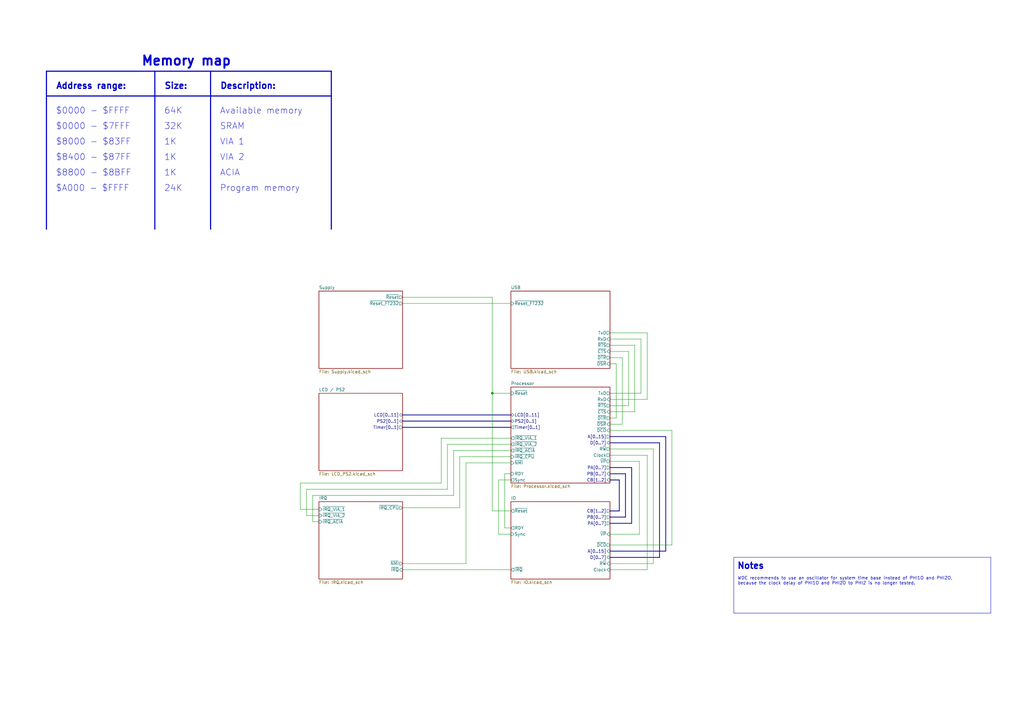
<source format=kicad_sch>
(kicad_sch
	(version 20231120)
	(generator "eeschema")
	(generator_version "8.0")
	(uuid "9db16341-dac0-4aab-9c62-7d88c111c1ce")
	(paper "A3")
	(title_block
		(title "Mainboard")
		(date "2024-10-06")
		(rev "1.1")
		(company "https://www.kampis-elektroecke.de")
		(comment 4 "Author: Ing. Daniel Kampert")
	)
	(lib_symbols)
	(junction
		(at 201.93 161.29)
		(diameter 0)
		(color 0 0 0 0)
		(uuid "fc2e9f96-3bed-4896-b995-f56e799f1c77")
	)
	(wire
		(pts
			(xy 186.055 184.785) (xy 186.055 203.2)
		)
		(stroke
			(width 0)
			(type default)
		)
		(uuid "0554bea0-89b2-4e25-9ea3-4c73921c94cb")
	)
	(wire
		(pts
			(xy 125.73 200.66) (xy 125.73 211.455)
		)
		(stroke
			(width 0)
			(type default)
		)
		(uuid "099473f1-6598-46ff-a50f-4c520832170d")
	)
	(wire
		(pts
			(xy 250.19 168.91) (xy 260.35 168.91)
		)
		(stroke
			(width 0)
			(type default)
		)
		(uuid "0c5dddf1-38df-43d2-b49c-e7b691dab0ab")
	)
	(wire
		(pts
			(xy 255.27 146.685) (xy 255.27 173.99)
		)
		(stroke
			(width 0)
			(type default)
		)
		(uuid "0ce1dd44-f307-4f98-9f0d-478fd87daa64")
	)
	(wire
		(pts
			(xy 204.47 219.075) (xy 209.55 219.075)
		)
		(stroke
			(width 0)
			(type default)
		)
		(uuid "13ac70df-e9b9-44e5-96e6-20f0b0dc6a3a")
	)
	(wire
		(pts
			(xy 250.19 223.52) (xy 275.59 223.52)
		)
		(stroke
			(width 0)
			(type default)
		)
		(uuid "15699041-ed40-45ee-87d8-f5e206a88536")
	)
	(wire
		(pts
			(xy 252.73 149.225) (xy 252.73 171.45)
		)
		(stroke
			(width 0)
			(type default)
		)
		(uuid "1855ca44-ab48-4b76-a210-97fc81d916c4")
	)
	(wire
		(pts
			(xy 201.93 161.29) (xy 201.93 209.55)
		)
		(stroke
			(width 0)
			(type default)
		)
		(uuid "1876c30c-72b2-4a8d-9f32-bf8b213530b4")
	)
	(wire
		(pts
			(xy 123.19 198.12) (xy 123.19 208.915)
		)
		(stroke
			(width 0)
			(type default)
		)
		(uuid "199124ca-dd64-45cf-a063-97cc545cbea7")
	)
	(wire
		(pts
			(xy 180.975 198.12) (xy 123.19 198.12)
		)
		(stroke
			(width 0)
			(type default)
		)
		(uuid "1bd80cf9-f42a-4aee-a408-9dbf4e81e625")
	)
	(wire
		(pts
			(xy 250.19 146.685) (xy 255.27 146.685)
		)
		(stroke
			(width 0)
			(type default)
		)
		(uuid "1bf7d0f9-0dcf-4d7c-b58c-318e3dc42bc9")
	)
	(polyline
		(pts
			(xy 406.4 251.46) (xy 406.4 228.6)
		)
		(stroke
			(width 0)
			(type default)
		)
		(uuid "1de61170-5337-44c5-ba28-bd477db4bff1")
	)
	(wire
		(pts
			(xy 209.55 179.705) (xy 180.975 179.705)
		)
		(stroke
			(width 0)
			(type default)
		)
		(uuid "22962957-1efd-404d-83db-5b233b6c15b0")
	)
	(wire
		(pts
			(xy 262.89 139.065) (xy 250.19 139.065)
		)
		(stroke
			(width 0)
			(type default)
		)
		(uuid "247ebffd-2cb6-4379-ba6e-21861fea3913")
	)
	(wire
		(pts
			(xy 209.55 196.85) (xy 204.47 196.85)
		)
		(stroke
			(width 0)
			(type default)
		)
		(uuid "24adc223-60f0-4497-98a3-d664c5a13280")
	)
	(wire
		(pts
			(xy 250.19 144.145) (xy 257.81 144.145)
		)
		(stroke
			(width 0)
			(type default)
		)
		(uuid "254f7cc6-cee1-44ca-9afe-939b318201aa")
	)
	(bus
		(pts
			(xy 250.19 228.6) (xy 270.51 228.6)
		)
		(stroke
			(width 0)
			(type default)
		)
		(uuid "26a22c19-4cc5-4237-9651-0edc4f854154")
	)
	(wire
		(pts
			(xy 209.55 189.865) (xy 191.135 189.865)
		)
		(stroke
			(width 0)
			(type default)
		)
		(uuid "278a91dc-d57d-4a5c-a045-34b6bd84131f")
	)
	(wire
		(pts
			(xy 188.595 187.325) (xy 188.595 208.28)
		)
		(stroke
			(width 0)
			(type default)
		)
		(uuid "29126f72-63f7-4275-8b12-6b96a71c6f17")
	)
	(wire
		(pts
			(xy 265.43 186.69) (xy 265.43 233.68)
		)
		(stroke
			(width 0)
			(type default)
		)
		(uuid "29cbb0bc-f66b-4d11-80e7-5bb270e42496")
	)
	(wire
		(pts
			(xy 130.81 211.455) (xy 125.73 211.455)
		)
		(stroke
			(width 0)
			(type default)
		)
		(uuid "2ea8fa6f-efc3-40fe-bcf9-05bfa46ead4f")
	)
	(wire
		(pts
			(xy 250.19 149.225) (xy 252.73 149.225)
		)
		(stroke
			(width 0)
			(type default)
		)
		(uuid "3457afc5-3e4f-4220-81d1-b079f653a722")
	)
	(bus
		(pts
			(xy 273.05 179.07) (xy 273.05 226.06)
		)
		(stroke
			(width 0)
			(type default)
		)
		(uuid "355ced6c-c08a-4586-9a09-7a9c624536f6")
	)
	(polyline
		(pts
			(xy 300.99 251.46) (xy 406.4 251.46)
		)
		(stroke
			(width 0)
			(type default)
		)
		(uuid "3a1a39fc-8030-4c93-9d9c-d79ba6824099")
	)
	(wire
		(pts
			(xy 265.43 233.68) (xy 250.19 233.68)
		)
		(stroke
			(width 0)
			(type default)
		)
		(uuid "3b65c51e-c243-447e-bee9-832d94c1630e")
	)
	(wire
		(pts
			(xy 191.135 189.865) (xy 191.135 231.14)
		)
		(stroke
			(width 0)
			(type default)
		)
		(uuid "3bbbbb7d-391c-4fee-ac81-3c47878edc38")
	)
	(wire
		(pts
			(xy 267.97 231.14) (xy 267.97 184.15)
		)
		(stroke
			(width 0)
			(type default)
		)
		(uuid "3ed2c840-383d-4cbd-bc3b-c4ea4c97b333")
	)
	(wire
		(pts
			(xy 250.19 231.14) (xy 267.97 231.14)
		)
		(stroke
			(width 0)
			(type default)
		)
		(uuid "402c62e6-8d8e-473a-a0cf-2b86e4908cd7")
	)
	(bus
		(pts
			(xy 250.19 191.77) (xy 259.08 191.77)
		)
		(stroke
			(width 0)
			(type default)
		)
		(uuid "4641c87c-bffa-41fe-ae77-be3a97a6f797")
	)
	(wire
		(pts
			(xy 250.19 173.99) (xy 255.27 173.99)
		)
		(stroke
			(width 0)
			(type default)
		)
		(uuid "4970ec6e-3725-4619-b57d-dc2c2cb86ed0")
	)
	(wire
		(pts
			(xy 250.19 219.075) (xy 262.255 219.075)
		)
		(stroke
			(width 0)
			(type default)
		)
		(uuid "4a53fa56-d65b-42a4-a4be-8f49c4c015bb")
	)
	(bus
		(pts
			(xy 250.19 194.31) (xy 256.54 194.31)
		)
		(stroke
			(width 0)
			(type default)
		)
		(uuid "4cc0e615-05a0-4f42-a208-4011ba8ef841")
	)
	(polyline
		(pts
			(xy 300.99 228.6) (xy 300.99 251.46)
		)
		(stroke
			(width 0)
			(type default)
		)
		(uuid "4ce9470f-5633-41bf-89ac-74a810939893")
	)
	(wire
		(pts
			(xy 201.93 121.92) (xy 201.93 161.29)
		)
		(stroke
			(width 0)
			(type default)
		)
		(uuid "4cfd9a02-97ef-4af4-a6b8-db9be1a8fda5")
	)
	(wire
		(pts
			(xy 183.515 200.66) (xy 125.73 200.66)
		)
		(stroke
			(width 0)
			(type default)
		)
		(uuid "57f248a7-365e-4c42-b80d-5a7d1f9dfaf3")
	)
	(wire
		(pts
			(xy 262.89 161.29) (xy 262.89 139.065)
		)
		(stroke
			(width 0)
			(type default)
		)
		(uuid "58390862-1833-41dd-9c4e-98073ea0da33")
	)
	(bus
		(pts
			(xy 250.19 214.63) (xy 259.08 214.63)
		)
		(stroke
			(width 0)
			(type default)
		)
		(uuid "5bab6a37-1fdf-4cf8-b571-44c962ed86e9")
	)
	(wire
		(pts
			(xy 250.19 163.83) (xy 265.43 163.83)
		)
		(stroke
			(width 0)
			(type default)
		)
		(uuid "5e755161-24a5-4650-a6e3-9836bf074412")
	)
	(wire
		(pts
			(xy 257.81 144.145) (xy 257.81 166.37)
		)
		(stroke
			(width 0)
			(type default)
		)
		(uuid "5f48b0f2-82cf-40ce-afac-440f97643c36")
	)
	(wire
		(pts
			(xy 262.255 189.23) (xy 262.255 219.075)
		)
		(stroke
			(width 0)
			(type default)
		)
		(uuid "6150c02b-beb5-4af1-951e-3666a285a6ea")
	)
	(wire
		(pts
			(xy 209.55 194.31) (xy 207.01 194.31)
		)
		(stroke
			(width 0)
			(type default)
		)
		(uuid "631c7be5-8dc2-4df4-ab73-737bb928e763")
	)
	(bus
		(pts
			(xy 250.19 181.61) (xy 270.51 181.61)
		)
		(stroke
			(width 0)
			(type default)
		)
		(uuid "653a86ba-a1ae-4175-9d4c-c788087956d0")
	)
	(bus
		(pts
			(xy 165.1 172.72) (xy 209.55 172.72)
		)
		(stroke
			(width 0)
			(type default)
		)
		(uuid "6a0919c2-460c-4229-b872-14e318e1ba8b")
	)
	(wire
		(pts
			(xy 204.47 196.85) (xy 204.47 219.075)
		)
		(stroke
			(width 0)
			(type default)
		)
		(uuid "6d2a06fb-0b1e-452a-ab38-11a5f45e1b32")
	)
	(bus
		(pts
			(xy 259.08 191.77) (xy 259.08 214.63)
		)
		(stroke
			(width 0)
			(type default)
		)
		(uuid "706c1cb9-5d96-4282-9efc-6147f0125147")
	)
	(wire
		(pts
			(xy 165.1 121.92) (xy 201.93 121.92)
		)
		(stroke
			(width 0)
			(type default)
		)
		(uuid "751d823e-1d7b-4501-9658-d06d459b0e16")
	)
	(wire
		(pts
			(xy 250.19 186.69) (xy 265.43 186.69)
		)
		(stroke
			(width 0)
			(type default)
		)
		(uuid "755f94aa-38f0-4a64-a7c7-6c71cb18cddf")
	)
	(wire
		(pts
			(xy 165.1 124.46) (xy 209.55 124.46)
		)
		(stroke
			(width 0)
			(type default)
		)
		(uuid "80095e91-6317-4cfb-9aea-884c9a1accc5")
	)
	(wire
		(pts
			(xy 209.55 184.785) (xy 186.055 184.785)
		)
		(stroke
			(width 0)
			(type default)
		)
		(uuid "88606262-3ac5-44a1-aacc-18b26cf4d396")
	)
	(bus
		(pts
			(xy 254 209.55) (xy 254 196.85)
		)
		(stroke
			(width 0)
			(type default)
		)
		(uuid "88deea08-baa5-4041-beb7-01c299cf00e6")
	)
	(polyline
		(pts
			(xy 19.05 29.21) (xy 135.89 29.21)
		)
		(stroke
			(width 0.4572)
			(type solid)
		)
		(uuid "8aeae536-fd36-430e-be47-1a856eced2fc")
	)
	(wire
		(pts
			(xy 186.055 203.2) (xy 128.27 203.2)
		)
		(stroke
			(width 0)
			(type default)
		)
		(uuid "8d063f79-9282-4820-bcf4-1ff3c006cf08")
	)
	(wire
		(pts
			(xy 209.55 187.325) (xy 188.595 187.325)
		)
		(stroke
			(width 0)
			(type default)
		)
		(uuid "8eb98c56-17e4-4de6-a3e3-06dcfa392040")
	)
	(wire
		(pts
			(xy 209.55 209.55) (xy 201.93 209.55)
		)
		(stroke
			(width 0)
			(type default)
		)
		(uuid "9112ddd5-10d5-48b8-954f-f1d5adcacbd9")
	)
	(wire
		(pts
			(xy 250.19 161.29) (xy 262.89 161.29)
		)
		(stroke
			(width 0)
			(type default)
		)
		(uuid "9208ea78-8dde-4b3d-91e9-5755ab5efd9a")
	)
	(wire
		(pts
			(xy 207.01 194.31) (xy 207.01 216.535)
		)
		(stroke
			(width 0)
			(type default)
		)
		(uuid "929a9b03-e99e-4b88-8e16-759f8c6b59a5")
	)
	(bus
		(pts
			(xy 256.54 212.09) (xy 256.54 194.31)
		)
		(stroke
			(width 0)
			(type default)
		)
		(uuid "92f063a3-7cce-4a96-8a3a-cf5767f700c6")
	)
	(wire
		(pts
			(xy 250.19 141.605) (xy 260.35 141.605)
		)
		(stroke
			(width 0)
			(type default)
		)
		(uuid "94d24676-7ae3-483c-8bd6-88d31adf00b4")
	)
	(wire
		(pts
			(xy 250.19 136.525) (xy 265.43 136.525)
		)
		(stroke
			(width 0)
			(type default)
		)
		(uuid "966ee9ec-860e-45bb-af89-30bda72b2032")
	)
	(wire
		(pts
			(xy 275.59 176.53) (xy 275.59 223.52)
		)
		(stroke
			(width 0)
			(type default)
		)
		(uuid "968a6172-7a4e-40ab-a78a-e4d03671e136")
	)
	(bus
		(pts
			(xy 250.19 196.85) (xy 254 196.85)
		)
		(stroke
			(width 0)
			(type default)
		)
		(uuid "98966de3-2364-43d8-a2e0-b03bb9487b03")
	)
	(bus
		(pts
			(xy 165.1 175.26) (xy 209.55 175.26)
		)
		(stroke
			(width 0)
			(type default)
		)
		(uuid "9c2999b2-1cf1-4204-9d23-243401b77aa3")
	)
	(wire
		(pts
			(xy 130.81 213.995) (xy 128.27 213.995)
		)
		(stroke
			(width 0)
			(type default)
		)
		(uuid "9da1ace0-4181-4f12-80f8-16786a9e5c07")
	)
	(wire
		(pts
			(xy 165.1 231.14) (xy 191.135 231.14)
		)
		(stroke
			(width 0)
			(type default)
		)
		(uuid "9ed09117-33cf-45a3-85a7-2606522feaf8")
	)
	(bus
		(pts
			(xy 250.19 209.55) (xy 254 209.55)
		)
		(stroke
			(width 0)
			(type default)
		)
		(uuid "a177c3b4-b04c-490e-b3fe-d3d4d7aa24a7")
	)
	(polyline
		(pts
			(xy 406.4 228.6) (xy 300.99 228.6)
		)
		(stroke
			(width 0)
			(type default)
		)
		(uuid "aa23bfe3-454b-4a2b-bfe1-101c747eb84e")
	)
	(wire
		(pts
			(xy 250.19 189.23) (xy 262.255 189.23)
		)
		(stroke
			(width 0)
			(type default)
		)
		(uuid "aadc3df5-0e2d-4f3d-b72e-6f184da74c89")
	)
	(bus
		(pts
			(xy 250.19 212.09) (xy 256.54 212.09)
		)
		(stroke
			(width 0)
			(type default)
		)
		(uuid "ad4d05f5-6957-42f8-b65c-c657b9a26485")
	)
	(wire
		(pts
			(xy 165.1 208.28) (xy 188.595 208.28)
		)
		(stroke
			(width 0)
			(type default)
		)
		(uuid "af186015-d283-4209-aade-a247e5de01df")
	)
	(wire
		(pts
			(xy 209.55 161.29) (xy 201.93 161.29)
		)
		(stroke
			(width 0)
			(type default)
		)
		(uuid "b21299b9-3c4d-43df-b399-7f9b08eb5470")
	)
	(polyline
		(pts
			(xy 19.05 39.37) (xy 135.89 39.37)
		)
		(stroke
			(width 0.4572)
			(type solid)
		)
		(uuid "bc3b3f93-69e0-44a5-b919-319b81d13095")
	)
	(bus
		(pts
			(xy 273.05 226.06) (xy 250.19 226.06)
		)
		(stroke
			(width 0)
			(type default)
		)
		(uuid "c1b11207-7c0a-49b3-a41d-2fe677d5f3b8")
	)
	(wire
		(pts
			(xy 207.01 216.535) (xy 209.55 216.535)
		)
		(stroke
			(width 0)
			(type default)
		)
		(uuid "c210293b-1d7a-4e96-92e9-058784106727")
	)
	(wire
		(pts
			(xy 250.19 184.15) (xy 267.97 184.15)
		)
		(stroke
			(width 0)
			(type default)
		)
		(uuid "c2dd13db-24b6-40f1-b75b-b9ab893d92ea")
	)
	(wire
		(pts
			(xy 180.975 179.705) (xy 180.975 198.12)
		)
		(stroke
			(width 0)
			(type default)
		)
		(uuid "c346b00c-b5e0-4939-beb4-7f48172ef334")
	)
	(wire
		(pts
			(xy 250.19 176.53) (xy 275.59 176.53)
		)
		(stroke
			(width 0)
			(type default)
		)
		(uuid "c3d5daf8-d359-42b2-a7c2-0d080ba7e212")
	)
	(bus
		(pts
			(xy 270.51 181.61) (xy 270.51 228.6)
		)
		(stroke
			(width 0)
			(type default)
		)
		(uuid "c401e9c6-1deb-4979-99be-7c801c952098")
	)
	(wire
		(pts
			(xy 260.35 141.605) (xy 260.35 168.91)
		)
		(stroke
			(width 0)
			(type default)
		)
		(uuid "ca56e1ad-54bf-4df5-a4f7-99f5d61d0de9")
	)
	(wire
		(pts
			(xy 183.515 182.245) (xy 183.515 200.66)
		)
		(stroke
			(width 0)
			(type default)
		)
		(uuid "ca9b74ce-0dee-401c-9544-f599f4cf538d")
	)
	(wire
		(pts
			(xy 209.55 182.245) (xy 183.515 182.245)
		)
		(stroke
			(width 0)
			(type default)
		)
		(uuid "cd1cff81-9d8a-4511-96d6-4ddb79484001")
	)
	(polyline
		(pts
			(xy 86.36 29.21) (xy 86.36 93.98)
		)
		(stroke
			(width 0.4572)
			(type solid)
		)
		(uuid "d05faa1f-5f69-41bf-86d3-2cd224432e1b")
	)
	(bus
		(pts
			(xy 209.55 170.18) (xy 165.1 170.18)
		)
		(stroke
			(width 0)
			(type default)
		)
		(uuid "d1c19c11-0a13-4237-b6b4-fb2ef1db7c6d")
	)
	(bus
		(pts
			(xy 250.19 179.07) (xy 273.05 179.07)
		)
		(stroke
			(width 0)
			(type default)
		)
		(uuid "d8200a86-aa75-47a3-ad2a-7f4c9c999a6f")
	)
	(wire
		(pts
			(xy 128.27 203.2) (xy 128.27 213.995)
		)
		(stroke
			(width 0)
			(type default)
		)
		(uuid "da546d77-4b03-4562-8fc6-837fd68e7691")
	)
	(polyline
		(pts
			(xy 135.89 29.21) (xy 135.89 93.98)
		)
		(stroke
			(width 0.4572)
			(type solid)
		)
		(uuid "de370984-7922-4327-a0ba-7cd613995df4")
	)
	(wire
		(pts
			(xy 123.19 208.915) (xy 130.81 208.915)
		)
		(stroke
			(width 0)
			(type default)
		)
		(uuid "e2fac877-439c-4da0-af2e-5fdc70f85d42")
	)
	(wire
		(pts
			(xy 257.81 166.37) (xy 250.19 166.37)
		)
		(stroke
			(width 0)
			(type default)
		)
		(uuid "e45aa7d8-0254-4176-afd9-766820762e19")
	)
	(wire
		(pts
			(xy 265.43 136.525) (xy 265.43 163.83)
		)
		(stroke
			(width 0)
			(type default)
		)
		(uuid "e86e4fae-9ca7-4857-a93c-bc6a3048f887")
	)
	(polyline
		(pts
			(xy 63.5 29.21) (xy 63.5 93.98)
		)
		(stroke
			(width 0.4572)
			(type solid)
		)
		(uuid "e87a6f80-914f-4f62-9c9f-9ba62a88ee3d")
	)
	(wire
		(pts
			(xy 209.55 233.68) (xy 165.1 233.68)
		)
		(stroke
			(width 0)
			(type default)
		)
		(uuid "eb391a95-1c1d-4613-b508-c76b8bc13a73")
	)
	(polyline
		(pts
			(xy 19.05 29.21) (xy 19.05 93.98)
		)
		(stroke
			(width 0.4572)
			(type solid)
		)
		(uuid "eb473bfd-fc2d-4cf0-8714-6b7dd95b0a03")
	)
	(wire
		(pts
			(xy 250.19 171.45) (xy 252.73 171.45)
		)
		(stroke
			(width 0)
			(type default)
		)
		(uuid "f8b47531-6c06-4e54-9fc9-cd9d0f3dd69f")
	)
	(text "$8000 - $83FF"
		(exclude_from_sim no)
		(at 22.86 59.69 0)
		(effects
			(font
				(size 2.54 2.54)
			)
			(justify left bottom)
		)
		(uuid "015f5586-ba76-4a98-9114-f5cd2c67134d")
	)
	(text "Notes\n"
		(exclude_from_sim no)
		(at 302.26 233.68 0)
		(effects
			(font
				(size 2.54 2.54)
				(thickness 0.508)
				(bold yes)
			)
			(justify left bottom)
		)
		(uuid "1cacb878-9da4-41fc-aa80-018bc841e19a")
	)
	(text "$8400 - $87FF"
		(exclude_from_sim no)
		(at 22.86 66.04 0)
		(effects
			(font
				(size 2.54 2.54)
			)
			(justify left bottom)
		)
		(uuid "21492bcd-343a-4b2b-b55a-b4586c11bdeb")
	)
	(text "64K"
		(exclude_from_sim no)
		(at 67.31 46.99 0)
		(effects
			(font
				(size 2.54 2.54)
			)
			(justify left bottom)
		)
		(uuid "2f424da3-8fae-4941-bc6d-20044787372f")
	)
	(text "1K"
		(exclude_from_sim no)
		(at 67.31 59.69 0)
		(effects
			(font
				(size 2.54 2.54)
			)
			(justify left bottom)
		)
		(uuid "3bca658b-a598-4669-a7cb-3f9b5f47bb5a")
	)
	(text "32K"
		(exclude_from_sim no)
		(at 67.31 53.34 0)
		(effects
			(font
				(size 2.54 2.54)
			)
			(justify left bottom)
		)
		(uuid "41485de5-6ed3-4c83-b69e-ef83ae18093c")
	)
	(text "ACIA"
		(exclude_from_sim no)
		(at 90.17 72.39 0)
		(effects
			(font
				(size 2.54 2.54)
			)
			(justify left bottom)
		)
		(uuid "46cbe85d-ff47-428e-b187-4ebd50a66e0c")
	)
	(text "WDC recommends to use an oscillator for system time base instead of PHI1O and PHI2O, \nbecause the clock delay of PHI1O and PHI2O to PHI2 is no longer tested."
		(exclude_from_sim no)
		(at 302.514 240.03 0)
		(effects
			(font
				(size 1.27 1.27)
			)
			(justify left bottom)
		)
		(uuid "49b5f540-e128-4e08-bb09-f321f8e64056")
	)
	(text "Size:"
		(exclude_from_sim no)
		(at 67.31 36.83 0)
		(effects
			(font
				(size 2.54 2.54)
				(thickness 0.508)
				(bold yes)
			)
			(justify left bottom)
		)
		(uuid "541721d1-074b-496e-a833-813044b3e8ca")
	)
	(text "$8800 - $8BFF"
		(exclude_from_sim no)
		(at 22.86 72.39 0)
		(effects
			(font
				(size 2.54 2.54)
			)
			(justify left bottom)
		)
		(uuid "96315415-cfed-47d2-b3dd-d782358bd0df")
	)
	(text "Memory map"
		(exclude_from_sim no)
		(at 57.785 27.305 0)
		(effects
			(font
				(size 3.81 3.81)
				(thickness 0.762)
				(bold yes)
			)
			(justify left bottom)
		)
		(uuid "99e6b8eb-b08e-4d42-84dd-8b7f6765b7b7")
	)
	(text "Program memory"
		(exclude_from_sim no)
		(at 90.17 78.74 0)
		(effects
			(font
				(size 2.54 2.54)
			)
			(justify left bottom)
		)
		(uuid "aa047297-22f8-4de0-a969-0b3451b8e164")
	)
	(text "Available memory"
		(exclude_from_sim no)
		(at 90.17 46.99 0)
		(effects
			(font
				(size 2.54 2.54)
			)
			(justify left bottom)
		)
		(uuid "ab8b0540-9c9f-4195-88f5-7bed0b0a8ed6")
	)
	(text "$0000 - $7FFF"
		(exclude_from_sim no)
		(at 22.86 53.34 0)
		(effects
			(font
				(size 2.54 2.54)
			)
			(justify left bottom)
		)
		(uuid "b0b4c3cb-e7ea-49c0-8162-be3bbab3e4ec")
	)
	(text "SRAM"
		(exclude_from_sim no)
		(at 90.17 53.34 0)
		(effects
			(font
				(size 2.54 2.54)
			)
			(justify left bottom)
		)
		(uuid "b794d099-f823-4d35-9755-ca1c45247ee9")
	)
	(text "1K"
		(exclude_from_sim no)
		(at 67.31 72.39 0)
		(effects
			(font
				(size 2.54 2.54)
			)
			(justify left bottom)
		)
		(uuid "b7aa0362-7c9e-4a42-b191-ab15a38bf3c5")
	)
	(text "Address range:"
		(exclude_from_sim no)
		(at 22.86 36.83 0)
		(effects
			(font
				(size 2.54 2.54)
				(thickness 0.508)
				(bold yes)
			)
			(justify left bottom)
		)
		(uuid "b7d06af4-a5b1-447f-9b1a-8b44eb1cc204")
	)
	(text "1K"
		(exclude_from_sim no)
		(at 67.31 66.04 0)
		(effects
			(font
				(size 2.54 2.54)
			)
			(justify left bottom)
		)
		(uuid "bef2abc2-bf3e-4a72-ad03-f8da3cd893cb")
	)
	(text "24K"
		(exclude_from_sim no)
		(at 67.31 78.74 0)
		(effects
			(font
				(size 2.54 2.54)
			)
			(justify left bottom)
		)
		(uuid "dd1edfbb-5fb6-42cd-b740-fd54ab3ef1f1")
	)
	(text "Description:"
		(exclude_from_sim no)
		(at 90.17 36.83 0)
		(effects
			(font
				(size 2.54 2.54)
				(thickness 0.508)
				(bold yes)
			)
			(justify left bottom)
		)
		(uuid "df3dc9a2-ba40-4c3a-87fe-61cc8e23d71b")
	)
	(text "$0000 - $FFFF\n"
		(exclude_from_sim no)
		(at 22.86 46.99 0)
		(effects
			(font
				(size 2.54 2.54)
			)
			(justify left bottom)
		)
		(uuid "e65bab67-68b7-4b22-a939-6f2c05164d2a")
	)
	(text "$A000 - $FFFF"
		(exclude_from_sim no)
		(at 22.86 78.74 0)
		(effects
			(font
				(size 2.54 2.54)
			)
			(justify left bottom)
		)
		(uuid "e79c8e11-ed47-4701-ae80-a54cdb6682a5")
	)
	(text "VIA 2"
		(exclude_from_sim no)
		(at 90.17 66.04 0)
		(effects
			(font
				(size 2.54 2.54)
			)
			(justify left bottom)
		)
		(uuid "fa20e708-ec85-4e0b-8402-f74a2724f920")
	)
	(text "VIA 1"
		(exclude_from_sim no)
		(at 90.17 59.69 0)
		(effects
			(font
				(size 2.54 2.54)
			)
			(justify left bottom)
		)
		(uuid "fb35e3b1-aff6-41a7-9cf0-52694b95edeb")
	)
	(sheet
		(at 130.81 161.29)
		(size 34.29 31.75)
		(fields_autoplaced yes)
		(stroke
			(width 0)
			(type solid)
		)
		(fill
			(color 0 0 0 0.0000)
		)
		(uuid "00000000-0000-0000-0000-00005dadbf97")
		(property "Sheetname" "LCD / PS2"
			(at 130.81 160.5784 0)
			(effects
				(font
					(size 1.27 1.27)
				)
				(justify left bottom)
			)
		)
		(property "Sheetfile" "LCD_PS2.kicad_sch"
			(at 130.81 193.6246 0)
			(effects
				(font
					(size 1.27 1.27)
				)
				(justify left top)
			)
		)
		(pin "PS2[0..1]" bidirectional
			(at 165.1 172.72 0)
			(effects
				(font
					(size 1.27 1.27)
				)
				(justify right)
			)
			(uuid "1cc5480b-56b7-4379-98e2-ccafc88911a7")
		)
		(pin "LCD[0..11]" bidirectional
			(at 165.1 170.18 0)
			(effects
				(font
					(size 1.27 1.27)
				)
				(justify right)
			)
			(uuid "9a8ad8bb-d9a9-4b2b-bc88-ea6fd2676d45")
		)
		(pin "Timer[0..1]" output
			(at 165.1 175.26 0)
			(effects
				(font
					(size 1.27 1.27)
				)
				(justify right)
			)
			(uuid "851f3d61-ba3b-4e6e-abd4-cafa4d9b64cb")
		)
		(instances
			(project "Mainboard"
				(path "/9db16341-dac0-4aab-9c62-7d88c111c1ce"
					(page "4")
				)
			)
		)
	)
	(sheet
		(at 130.81 205.74)
		(size 34.29 31.75)
		(fields_autoplaced yes)
		(stroke
			(width 0)
			(type solid)
		)
		(fill
			(color 0 0 0 0.0000)
		)
		(uuid "00000000-0000-0000-0000-00005e710b5b")
		(property "Sheetname" "IRQ"
			(at 130.81 205.0284 0)
			(effects
				(font
					(size 1.27 1.27)
				)
				(justify left bottom)
			)
		)
		(property "Sheetfile" "IRQ.kicad_sch"
			(at 130.81 238.0746 0)
			(effects
				(font
					(size 1.27 1.27)
				)
				(justify left top)
			)
		)
		(pin "~{IRQ}" input
			(at 165.1 233.68 0)
			(effects
				(font
					(size 1.27 1.27)
				)
				(justify right)
			)
			(uuid "bb8162f0-99c8-4884-be5b-c0d0c7e81ff6")
		)
		(pin "~{IRQ_VIA_1}" input
			(at 130.81 208.915 180)
			(effects
				(font
					(size 1.27 1.27)
				)
				(justify left)
			)
			(uuid "91fc5800-6029-46b1-848d-ca0091f97267")
		)
		(pin "~{IRQ_VIA_2}" input
			(at 130.81 211.455 180)
			(effects
				(font
					(size 1.27 1.27)
				)
				(justify left)
			)
			(uuid "275b6416-db29-42cc-9307-bf426917c3b4")
		)
		(pin "~{IRQ_ACIA}" input
			(at 130.81 213.995 180)
			(effects
				(font
					(size 1.27 1.27)
				)
				(justify left)
			)
			(uuid "3c22d605-7855-4cc6-8ad2-906cadbd02dc")
		)
		(pin "~{IRQ_CPU}" output
			(at 165.1 208.28 0)
			(effects
				(font
					(size 1.27 1.27)
				)
				(justify right)
			)
			(uuid "bd085057-7c0e-463a-982b-968a2dc1f0f8")
		)
		(pin "~{NMI}" output
			(at 165.1 231.14 0)
			(effects
				(font
					(size 1.27 1.27)
				)
				(justify right)
			)
			(uuid "c66a19ed-90c0-4502-ae75-6a4c4ab9f297")
		)
		(instances
			(project "Mainboard"
				(path "/9db16341-dac0-4aab-9c62-7d88c111c1ce"
					(page "3")
				)
			)
		)
	)
	(sheet
		(at 209.55 119.38)
		(size 40.64 31.75)
		(fields_autoplaced yes)
		(stroke
			(width 0)
			(type solid)
		)
		(fill
			(color 0 0 0 0.0000)
		)
		(uuid "00000000-0000-0000-0000-00005e9064f2")
		(property "Sheetname" "USB"
			(at 209.55 118.6684 0)
			(effects
				(font
					(size 1.27 1.27)
				)
				(justify left bottom)
			)
		)
		(property "Sheetfile" "USB.kicad_sch"
			(at 209.55 151.7146 0)
			(effects
				(font
					(size 1.27 1.27)
				)
				(justify left top)
			)
		)
		(pin "RxD" input
			(at 250.19 139.065 0)
			(effects
				(font
					(size 1.27 1.27)
				)
				(justify right)
			)
			(uuid "54ed3ee1-891b-418e-ab9c-6a18747d7388")
		)
		(pin "~{CTS}" input
			(at 250.19 144.145 0)
			(effects
				(font
					(size 1.27 1.27)
				)
				(justify right)
			)
			(uuid "fd60415a-f01a-46c5-9369-ea970e435e5b")
		)
		(pin "~{RTS}" output
			(at 250.19 141.605 0)
			(effects
				(font
					(size 1.27 1.27)
				)
				(justify right)
			)
			(uuid "af76ce95-feca-41fb-bf31-edaa26d6766a")
		)
		(pin "~{DTR}" output
			(at 250.19 146.685 0)
			(effects
				(font
					(size 1.27 1.27)
				)
				(justify right)
			)
			(uuid "e11ae5a5-aa10-4f10-b346-f16e33c7899a")
		)
		(pin "~{DSR}" input
			(at 250.19 149.225 0)
			(effects
				(font
					(size 1.27 1.27)
				)
				(justify right)
			)
			(uuid "f23ac723-a36d-491d-9473-7ec0ffed332d")
		)
		(pin "TxD" output
			(at 250.19 136.525 0)
			(effects
				(font
					(size 1.27 1.27)
				)
				(justify right)
			)
			(uuid "4bbde53d-6894-4e18-9480-84a6a26d5f6b")
		)
		(pin "~{Reset_FT232}" input
			(at 209.55 124.46 180)
			(effects
				(font
					(size 1.27 1.27)
				)
				(justify left)
			)
			(uuid "d3dd7cdb-b730-487d-804d-99150ba318ef")
		)
		(instances
			(project "Mainboard"
				(path "/9db16341-dac0-4aab-9c62-7d88c111c1ce"
					(page "7")
				)
			)
		)
	)
	(sheet
		(at 130.81 119.38)
		(size 34.29 31.75)
		(fields_autoplaced yes)
		(stroke
			(width 0)
			(type solid)
		)
		(fill
			(color 0 0 0 0.0000)
		)
		(uuid "00000000-0000-0000-0000-00005e9728cc")
		(property "Sheetname" "Supply"
			(at 130.81 118.6684 0)
			(effects
				(font
					(size 1.27 1.27)
				)
				(justify left bottom)
			)
		)
		(property "Sheetfile" "Supply.kicad_sch"
			(at 130.81 151.7146 0)
			(effects
				(font
					(size 1.27 1.27)
				)
				(justify left top)
			)
		)
		(pin "~{Reset}" output
			(at 165.1 121.92 0)
			(effects
				(font
					(size 1.27 1.27)
				)
				(justify right)
			)
			(uuid "51cc007a-3378-4ce3-909c-71e94822f8d1")
		)
		(pin "~{Reset_FT232}" output
			(at 165.1 124.46 0)
			(effects
				(font
					(size 1.27 1.27)
				)
				(justify right)
			)
			(uuid "5576cd03-3bad-40c5-9316-1d286895d52a")
		)
		(instances
			(project "Mainboard"
				(path "/9db16341-dac0-4aab-9c62-7d88c111c1ce"
					(page "6")
				)
			)
		)
	)
	(sheet
		(at 209.55 158.75)
		(size 40.64 39.37)
		(fields_autoplaced yes)
		(stroke
			(width 0)
			(type solid)
		)
		(fill
			(color 0 0 0 0.0000)
		)
		(uuid "00000000-0000-0000-0000-00005eb09e21")
		(property "Sheetname" "Processor"
			(at 209.55 158.0384 0)
			(effects
				(font
					(size 1.27 1.27)
				)
				(justify left bottom)
			)
		)
		(property "Sheetfile" "Processor.kicad_sch"
			(at 209.55 198.7046 0)
			(effects
				(font
					(size 1.27 1.27)
				)
				(justify left top)
			)
		)
		(pin "PA[0..7]" output
			(at 250.19 191.77 0)
			(effects
				(font
					(size 1.27 1.27)
				)
				(justify right)
			)
			(uuid "12fa3c3f-3d14-451a-a6a8-884fd1b32fa7")
		)
		(pin "PB[0..7]" input
			(at 250.19 194.31 0)
			(effects
				(font
					(size 1.27 1.27)
				)
				(justify right)
			)
			(uuid "f4a1ab68-998b-43e3-aa33-40b58210bc99")
		)
		(pin "TxD" output
			(at 250.19 161.29 0)
			(effects
				(font
					(size 1.27 1.27)
				)
				(justify right)
			)
			(uuid "e76ec524-408a-4daa-89f6-0edfdbcfb621")
		)
		(pin "RxD" input
			(at 250.19 163.83 0)
			(effects
				(font
					(size 1.27 1.27)
				)
				(justify right)
			)
			(uuid "78b44915-d68e-4488-a873-34767153ef98")
		)
		(pin "~{NMI}" input
			(at 209.55 189.865 180)
			(effects
				(font
					(size 1.27 1.27)
				)
				(justify left)
			)
			(uuid "3993c707-5291-41b6-83c0-d1c09cb3833a")
		)
		(pin "R~{W}" output
			(at 250.19 184.15 0)
			(effects
				(font
					(size 1.27 1.27)
				)
				(justify right)
			)
			(uuid "17ff35b3-d658-499b-9a46-ea36063fed4e")
		)
		(pin "PS2[0..1]" bidirectional
			(at 209.55 172.72 180)
			(effects
				(font
					(size 1.27 1.27)
				)
				(justify left)
			)
			(uuid "d13b0eae-4711-4325-a6bb-aa8e3646e86e")
		)
		(pin "Clock" output
			(at 250.19 186.69 0)
			(effects
				(font
					(size 1.27 1.27)
				)
				(justify right)
			)
			(uuid "a917c6d9-225d-4c90-bf25-fe8eff8abd3f")
		)
		(pin "~{Reset}" input
			(at 209.55 161.29 180)
			(effects
				(font
					(size 1.27 1.27)
				)
				(justify left)
			)
			(uuid "89a3dae6-dcb5-435b-a383-656b6a19a316")
		)
		(pin "~{IRQ_VIA_2}" output
			(at 209.55 182.245 180)
			(effects
				(font
					(size 1.27 1.27)
				)
				(justify left)
			)
			(uuid "b54cae5b-c17c-4ed7-b249-2e7d5e83609a")
		)
		(pin "~{IRQ_VIA_1}" output
			(at 209.55 179.705 180)
			(effects
				(font
					(size 1.27 1.27)
				)
				(justify left)
			)
			(uuid "26bc8641-9bca-4204-9709-deedbe202a36")
		)
		(pin "~{IRQ_ACIA}" output
			(at 209.55 184.785 180)
			(effects
				(font
					(size 1.27 1.27)
				)
				(justify left)
			)
			(uuid "fd5f7d77-0f73-4021-88a8-0641f0fe8d98")
		)
		(pin "~{IRQ_CPU}" input
			(at 209.55 187.325 180)
			(effects
				(font
					(size 1.27 1.27)
				)
				(justify left)
			)
			(uuid "1755646e-fc08-4e43-a301-d9b3ea704cf6")
		)
		(pin "A[0..15]" output
			(at 250.19 179.07 0)
			(effects
				(font
					(size 1.27 1.27)
				)
				(justify right)
			)
			(uuid "1317ff66-8ecf-46c9-9612-8d2eae03c537")
		)
		(pin "D[0..7]" bidirectional
			(at 250.19 181.61 0)
			(effects
				(font
					(size 1.27 1.27)
				)
				(justify right)
			)
			(uuid "ef4533db-6ea4-4b68-b436-8e9575be570d")
		)
		(pin "RDY" input
			(at 209.55 194.31 180)
			(effects
				(font
					(size 1.27 1.27)
				)
				(justify left)
			)
			(uuid "f5dba25f-5f9b-4770-84f9-c038fb119360")
		)
		(pin "Sync" output
			(at 209.55 196.85 180)
			(effects
				(font
					(size 1.27 1.27)
				)
				(justify left)
			)
			(uuid "8aff0f38-92a8-45ec-b106-b185e93ca3fd")
		)
		(pin "~{VP}" output
			(at 250.19 189.23 0)
			(effects
				(font
					(size 1.27 1.27)
				)
				(justify right)
			)
			(uuid "63caf46e-0228-40de-b819-c6bd29dd1711")
		)
		(pin "~{RTS}" output
			(at 250.19 166.37 0)
			(effects
				(font
					(size 1.27 1.27)
				)
				(justify right)
			)
			(uuid "a7fc0812-140f-4d96-9cd8-ead8c1c610b1")
		)
		(pin "~{CTS}" input
			(at 250.19 168.91 0)
			(effects
				(font
					(size 1.27 1.27)
				)
				(justify right)
			)
			(uuid "94a10cae-6ef2-4b64-9d98-fb22aa3306cc")
		)
		(pin "~{DSR}" input
			(at 250.19 173.99 0)
			(effects
				(font
					(size 1.27 1.27)
				)
				(justify right)
			)
			(uuid "f33ec0db-ef0f-4576-8054-2833161a8f30")
		)
		(pin "~{DTR}" output
			(at 250.19 171.45 0)
			(effects
				(font
					(size 1.27 1.27)
				)
				(justify right)
			)
			(uuid "0ba17a9b-d889-426c-b4fe-048bed6b6be8")
		)
		(pin "~{DCD}" input
			(at 250.19 176.53 0)
			(effects
				(font
					(size 1.27 1.27)
				)
				(justify right)
			)
			(uuid "761c8e29-382a-475c-a37a-7201cc9cd0f5")
		)
		(pin "LCD[0..11]" bidirectional
			(at 209.55 170.18 180)
			(effects
				(font
					(size 1.27 1.27)
				)
				(justify left)
			)
			(uuid "e50c80c5-80c4-46a3-8c1e-c9c3a71a0934")
		)
		(pin "Timer[0..1]" output
			(at 209.55 175.26 180)
			(effects
				(font
					(size 1.27 1.27)
				)
				(justify left)
			)
			(uuid "7233cb6b-d8fd-4fcd-9b4f-8b0ed19b1b12")
		)
		(pin "CB[1..2]" input
			(at 250.19 196.85 0)
			(effects
				(font
					(size 1.27 1.27)
				)
				(justify right)
			)
			(uuid "df83f395-2d18-47e2-a370-952ca41c2b3a")
		)
		(instances
			(project "Mainboard"
				(path "/9db16341-dac0-4aab-9c62-7d88c111c1ce"
					(page "5")
				)
			)
		)
	)
	(sheet
		(at 209.55 205.74)
		(size 40.64 31.75)
		(fields_autoplaced yes)
		(stroke
			(width 0)
			(type solid)
		)
		(fill
			(color 0 0 0 0.0000)
		)
		(uuid "00000000-0000-0000-0000-00005ec67f7b")
		(property "Sheetname" "IO"
			(at 209.55 205.0284 0)
			(effects
				(font
					(size 1.27 1.27)
				)
				(justify left bottom)
			)
		)
		(property "Sheetfile" "IO.kicad_sch"
			(at 209.55 238.0746 0)
			(effects
				(font
					(size 1.27 1.27)
				)
				(justify left top)
			)
		)
		(pin "PB[0..7]" output
			(at 250.19 212.09 0)
			(effects
				(font
					(size 1.27 1.27)
				)
				(justify right)
			)
			(uuid "799e761c-1426-40e9-a069-1f4cb353bfaa")
		)
		(pin "PA[0..7]" output
			(at 250.19 214.63 0)
			(effects
				(font
					(size 1.27 1.27)
				)
				(justify right)
			)
			(uuid "71af7b65-0e6b-402e-b1a4-b66be507b4dc")
		)
		(pin "~{IRQ}" output
			(at 209.55 233.68 180)
			(effects
				(font
					(size 1.27 1.27)
				)
				(justify left)
			)
			(uuid "4fd9bc4f-0ae3-42d4-a1b4-9fb1b2a0a7fd")
		)
		(pin "R~{W}" input
			(at 250.19 231.14 0)
			(effects
				(font
					(size 1.27 1.27)
				)
				(justify right)
			)
			(uuid "86e98417-f5e4-48ba-8147-ef66cc03dde6")
		)
		(pin "Clock" input
			(at 250.19 233.68 0)
			(effects
				(font
					(size 1.27 1.27)
				)
				(justify right)
			)
			(uuid "02f8904b-a7b2-49dd-b392-764e7e29fb51")
		)
		(pin "~{Reset}" output
			(at 209.55 209.55 180)
			(effects
				(font
					(size 1.27 1.27)
				)
				(justify left)
			)
			(uuid "e70d061b-28f0-4421-ad15-0598604086e8")
		)
		(pin "A[0..15]" input
			(at 250.19 226.06 0)
			(effects
				(font
					(size 1.27 1.27)
				)
				(justify right)
			)
			(uuid "8bd46048-cab7-4adf-af9a-bc2710c1894c")
		)
		(pin "D[0..7]" bidirectional
			(at 250.19 228.6 0)
			(effects
				(font
					(size 1.27 1.27)
				)
				(justify right)
			)
			(uuid "992a2b00-5e28-4edd-88b5-994891512d8d")
		)
		(pin "RDY" output
			(at 209.55 216.535 180)
			(effects
				(font
					(size 1.27 1.27)
				)
				(justify left)
			)
			(uuid "18f1018d-5857-4c32-a072-f3de80352f74")
		)
		(pin "Sync" input
			(at 209.55 219.075 180)
			(effects
				(font
					(size 1.27 1.27)
				)
				(justify left)
			)
			(uuid "db1ed10a-ef86-43bf-93dc-9be76327f6d2")
		)
		(pin "~{VP}" input
			(at 250.19 219.075 0)
			(effects
				(font
					(size 1.27 1.27)
				)
				(justify right)
			)
			(uuid "92848721-49b5-4e4c-b042-6fd51e1d562f")
		)
		(pin "~{DCD}" output
			(at 250.19 223.52 0)
			(effects
				(font
					(size 1.27 1.27)
				)
				(justify right)
			)
			(uuid "c07eebcc-30d2-439d-8030-faea6ade4486")
		)
		(pin "CB[1..2]" output
			(at 250.19 209.55 0)
			(effects
				(font
					(size 1.27 1.27)
				)
				(justify right)
			)
			(uuid "3d552623-2969-4b15-8623-368144f225e9")
		)
		(instances
			(project "Mainboard"
				(path "/9db16341-dac0-4aab-9c62-7d88c111c1ce"
					(page "2")
				)
			)
		)
	)
	(sheet_instances
		(path "/"
			(page "1")
		)
	)
)

</source>
